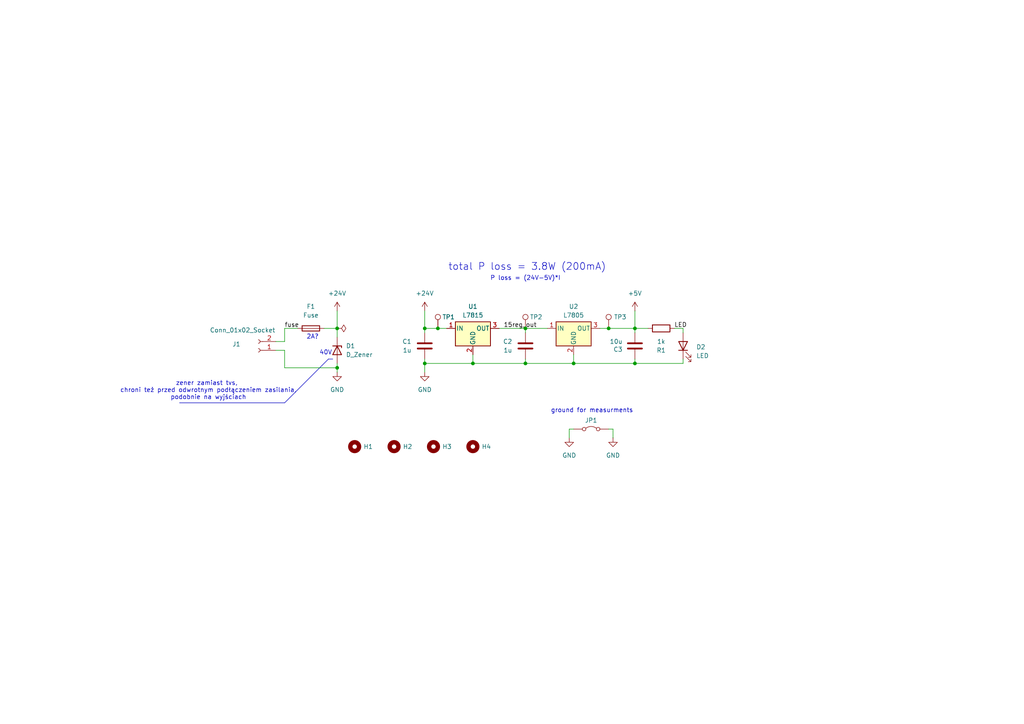
<source format=kicad_sch>
(kicad_sch (version 20250114) (generator "eeschema") (generator_version "9.0")
  (paper "A4")
  (title_block (title "MANIP_PSU") (date "2025-10-25") (rev "1.0") (company "KN_NAMI - JS"))
  (lib_symbols
    (symbol "Connector:Conn_01x02_Socket" (pin_names (offset 1.016) (hide yes))
      (property "Reference" "J" (at 0 2.54 0))
      (property "Value" "Conn_01x02_Socket" (at 0 -5.08 0))
      (symbol "Conn_01x02_Socket_1_1"
        (polyline (pts (xy -1.27 0) (xy -0.508 0)) (stroke (width 0.1524)))
        (polyline (pts (xy -1.27 -2.54) (xy -0.508 -2.54)) (stroke (width 0.1524)))
        (arc (start 0 -0.508) (mid -0.5058 0) (end 0 0.508) (stroke (width 0.1524)))
        (arc (start 0 -3.048) (mid -0.5058 -2.54) (end 0 -2.032) (stroke (width 0.1524)))
        (pin passive line (at -5.08 0 0) (length 3.81) (name "Pin_1") (number "1"))
        (pin passive line (at -5.08 -2.54 0) (length 3.81) (name "Pin_2") (number "2"))
      )
    )
    (symbol "Connector:TestPoint" (pin_numbers (hide yes)) (pin_names (offset 0.762) (hide yes))
      (property "Reference" "TP" (at 0 6.858 0))
      (property "Value" "TestPoint" (at 0 5.08 0))
      (symbol "TestPoint_0_1"
        (circle (center 0 3.302) (radius 0.762))
      )
      (symbol "TestPoint_1_1"
        (pin passive line (at 0 0 90) (length 2.54) (name "1") (number "1"))
      )
    )
    (symbol "Device:C" (pin_numbers (hide yes)) (pin_names (offset 0.254))
      (property "Reference" "C" (at 0.635 2.54 0))
      (property "Value" "C" (at 0.635 -2.54 0))
      (symbol "C_0_1"
        (polyline (pts (xy -2.032 0.762) (xy 2.032 0.762)) (stroke (width 0.508)))
        (polyline (pts (xy -2.032 -0.762) (xy 2.032 -0.762)) (stroke (width 0.508)))
      )
      (symbol "C_1_1"
        (pin passive line (at 0 3.81 270) (length 2.794) (name "~") (number "1"))
        (pin passive line (at 0 -3.81 90) (length 2.794) (name "~") (number "2"))
      )
    )
    (symbol "Device:D_Zener" (pin_numbers (hide yes)) (pin_names (offset 1.016) (hide yes))
      (property "Reference" "D" (at 0 2.54 0))
      (property "Value" "D_Zener" (at 0 -2.54 0))
      (symbol "D_Zener_0_1"
        (polyline (pts (xy -1.27 -1.27) (xy -1.27 1.27) (xy -0.762 1.27)) (stroke (width 0.254)))
        (polyline (pts (xy 1.27 0) (xy -1.27 0)))
        (polyline (pts (xy 1.27 -1.27) (xy 1.27 1.27) (xy -1.27 0) (xy 1.27 -1.27)) (stroke (width 0.254)))
      )
      (symbol "D_Zener_1_1"
        (pin passive line (at -3.81 0 0) (length 2.54) (name "K") (number "1"))
        (pin passive line (at 3.81 0 180) (length 2.54) (name "A") (number "2"))
      )
    )
    (symbol "Device:Fuse" (pin_numbers (hide yes)) (pin_names (offset 0))
      (property "Reference" "F" (at 2.032 0 90))
      (property "Value" "Fuse" (at -1.905 0 90))
      (symbol "Fuse_0_1"
        (rectangle (start -0.762 -2.54) (end 0.762 2.54) (stroke (width 0.254)))
        (polyline (pts (xy 0 2.54) (xy 0 -2.54)))
      )
      (symbol "Fuse_1_1"
        (pin passive line (at 0 3.81 270) (length 1.27) (name "~") (number "1"))
        (pin passive line (at 0 -3.81 90) (length 1.27) (name "~") (number "2"))
      )
    )
    (symbol "Device:LED" (pin_numbers (hide yes)) (pin_names (offset 1.016) (hide yes))
      (property "Reference" "D" (at 0 2.54 0))
      (property "Value" "LED" (at 0 -2.54 0))
      (symbol "LED_0_1"
        (polyline (pts (xy -3.048 -0.762) (xy -4.572 -2.286) (xy -3.81 -2.286) (xy -4.572 -2.286) (xy -4.572 -1.524)))
        (polyline (pts (xy -1.778 -0.762) (xy -3.302 -2.286) (xy -2.54 -2.286) (xy -3.302 -2.286) (xy -3.302 -1.524)))
        (polyline (pts (xy -1.27 0) (xy 1.27 0)))
        (polyline (pts (xy -1.27 -1.27) (xy -1.27 1.27)) (stroke (width 0.254)))
        (polyline (pts (xy 1.27 -1.27) (xy 1.27 1.27) (xy -1.27 0) (xy 1.27 -1.27)) (stroke (width 0.254)))
      )
      (symbol "LED_1_1"
        (pin passive line (at -3.81 0 0) (length 2.54) (name "K") (number "1"))
        (pin passive line (at 3.81 0 180) (length 2.54) (name "A") (number "2"))
      )
    )
    (symbol "Device:R" (pin_numbers (hide yes)) (pin_names (offset 0))
      (property "Reference" "R" (at 2.032 0 90))
      (property "Value" "R" (at 0 0 90))
      (symbol "R_0_1"
        (rectangle (start -1.016 -2.54) (end 1.016 2.54) (stroke (width 0.254)))
      )
      (symbol "R_1_1"
        (pin passive line (at 0 3.81 270) (length 1.27) (name "~") (number "1"))
        (pin passive line (at 0 -3.81 90) (length 1.27) (name "~") (number "2"))
      )
    )
    (symbol "Jumper:Jumper_2_Bridged" (pin_numbers (hide yes)) (pin_names (offset 0) (hide yes))
      (property "Reference" "JP" (at 0 1.905 0))
      (property "Value" "Jumper_2_Bridged" (at 0 -2.54 0))
      (symbol "Jumper_2_Bridged_0_0"
        (circle (center -2.032 0) (radius 0.508))
        (circle (center 2.032 0) (radius 0.508))
      )
      (symbol "Jumper_2_Bridged_0_1"
        (arc (start -1.524 0.254) (mid 0 0.762) (end 1.524 0.254))
      )
      (symbol "Jumper_2_Bridged_1_1"
        (pin passive line (at -5.08 0 0) (length 2.54) (name "A") (number "1"))
        (pin passive line (at 5.08 0 180) (length 2.54) (name "B") (number "2"))
      )
    )
    (symbol "Mechanical:MountingHole" (pin_names (offset 1.016)) (in_bom no)
      (property "Reference" "H" (at 0 5.08 0))
      (property "Value" "MountingHole" (at 0 3.175 0))
      (symbol "MountingHole_0_1"
        (circle (center 0 0) (radius 1.27) (stroke (width 1.27)))
      )
    )
    (symbol "Regulator_Linear:L7805" (pin_names (offset 0.254))
      (property "Reference" "U" (at -3.81 3.175 0))
      (property "Value" "L7805" (at 0 3.175 0))
      (symbol "L7805_0_1"
        (rectangle (start -5.08 1.905) (end 5.08 -5.08) (stroke (width 0.254)) (fill (type background)))
      )
      (symbol "L7805_1_1"
        (pin power_in line (at -7.62 0 0) (length 2.54) (name "IN") (number "1"))
        (pin power_in line (at 0 -7.62 90) (length 2.54) (name "GND") (number "2"))
        (pin power_out line (at 7.62 0 180) (length 2.54) (name "OUT") (number "3"))
      )
    )
    (symbol "Regulator_Linear:L7815" (pin_names (offset 0.254))
      (property "Reference" "U" (at -3.81 3.175 0))
      (property "Value" "L7815" (at 0 3.175 0))
      (symbol "L7815_0_1"
        (rectangle (start -5.08 1.905) (end 5.08 -5.08) (stroke (width 0.254)) (fill (type background)))
      )
      (symbol "L7815_1_1"
        (pin power_in line (at -7.62 0 0) (length 2.54) (name "IN") (number "1"))
        (pin power_in line (at 0 -7.62 90) (length 2.54) (name "GND") (number "2"))
        (pin power_out line (at 7.62 0 180) (length 2.54) (name "OUT") (number "3"))
      )
    )
    (symbol "power:+24V" (power) (pin_numbers (hide yes)) (pin_names (offset 0) (hide yes))
      (property "Value" "+24V" (at 0 3.556 0))
      (symbol "+24V_0_1"
        (polyline (pts (xy -0.762 1.27) (xy 0 2.54)))
        (polyline (pts (xy 0 2.54) (xy 0.762 1.27)))
        (polyline (pts (xy 0 0) (xy 0 2.54)))
      )
      (symbol "+24V_1_1"
        (pin power_in line (at 0 0 90) (length 0) (name "~") (number "1"))
      )
    )
    (symbol "power:+5V" (power) (pin_numbers (hide yes)) (pin_names (offset 0) (hide yes))
      (property "Value" "+5V" (at 0 3.556 0))
      (symbol "+5V_0_1"
        (polyline (pts (xy -0.762 1.27) (xy 0 2.54)))
        (polyline (pts (xy 0 2.54) (xy 0.762 1.27)))
        (polyline (pts (xy 0 0) (xy 0 2.54)))
      )
      (symbol "+5V_1_1"
        (pin power_in line (at 0 0 90) (length 0) (name "~") (number "1"))
      )
    )
    (symbol "power:GND" (power) (pin_numbers (hide yes)) (pin_names (offset 0) (hide yes))
      (property "Value" "GND" (at 0 -3.81 0))
      (symbol "GND_0_1"
        (polyline (pts (xy 0 0) (xy 0 -1.27) (xy 1.27 -1.27) (xy 0 -2.54) (xy -1.27 -1.27) (xy 0 -1.27)))
      )
      (symbol "GND_1_1"
        (pin power_in line (at 0 0 270) (length 0) (name "~") (number "1"))
      )
    )
    (symbol "power:PWR_FLAG" (power) (pin_numbers (hide yes)) (pin_names (offset 0) (hide yes))
      (property "Value" "PWR_FLAG" (at 0 3.81 0))
      (symbol "PWR_FLAG_0_0"
        (pin power_out line (at 0 0 90) (length 0) (name "~") (number "1"))
      )
      (symbol "PWR_FLAG_0_1"
        (polyline (pts (xy 0 0) (xy 0 1.27) (xy -1.016 1.905) (xy 0 2.54) (xy 1.016 1.905) (xy 0 1.27)))
      )
    )
  )
  (text "P loss = (24V-5V)*I" (at 152.4 80.772 0) (effects (font (size 1.27 1.27))))
  (text "zener zamiast tvs, \nchroni też przed odwrotnym podłączeniem zasilania,\npodobnie na wyjściach" (at 60.452 113.284 0) (effects (font (size 1.27 1.27))))
  (text "total P loss = 3.8W (200mA)\n" (at 152.908 77.47 0) (effects (font (size 2.032 2.032))))
  (text "40V" (at 94.488 102.362 0) (effects (font (size 1.27 1.27))))
  (text "2A?" (at 90.678 97.79 0) (effects (font (size 1.27 1.27))))
  (text "ground for measurments" (at 171.704 119.126 0) (effects (font (size 1.27 1.27))))
  (junction (at 137.16 105.41))
  (junction (at 184.15 95.25))
  (junction (at 123.19 95.25))
  (junction (at 166.37 105.41))
  (junction (at 123.19 105.41))
  (junction (at 97.79 95.25))
  (junction (at 176.53 95.25))
  (junction (at 97.79 106.68))
  (junction (at 152.4 105.41))
  (junction (at 184.15 105.41))
  (junction (at 127 95.25))
  (junction (at 152.4 95.25))
  (polyline (pts (xy 96.52 104.14) (xy 95.25 104.14)))
  (wire (pts (xy 82.55 99.06) (xy 80.01 99.06)))
  (wire (pts (xy 166.37 102.87) (xy 166.37 105.41)))
  (wire (pts (xy 177.8 124.46) (xy 177.8 127)))
  (wire (pts (xy 82.55 95.25) (xy 82.55 99.06)))
  (wire (pts (xy 123.19 107.95) (xy 123.19 105.41)))
  (wire (pts (xy 198.12 105.41) (xy 184.15 105.41)))
  (wire (pts (xy 184.15 90.17) (xy 184.15 95.25)))
  (wire (pts (xy 184.15 95.25) (xy 187.96 95.25)))
  (wire (pts (xy 123.19 90.17) (xy 123.19 95.25)))
  (polyline (pts (xy 95.25 104.14) (xy 82.55 116.84)))
  (wire (pts (xy 176.53 95.25) (xy 184.15 95.25)))
  (polyline (pts (xy 52.07 116.84) (xy 82.55 116.84)))
  (wire (pts (xy 184.15 95.25) (xy 184.15 96.52)))
  (wire (pts (xy 152.4 95.25) (xy 158.75 95.25)))
  (wire (pts (xy 123.19 105.41) (xy 137.16 105.41)))
  (wire (pts (xy 165.1 124.46) (xy 165.1 127)))
  (wire (pts (xy 82.55 106.68) (xy 97.79 106.68)))
  (wire (pts (xy 127 95.25) (xy 129.54 95.25)))
  (wire (pts (xy 97.79 106.68) (xy 97.79 107.95)))
  (wire (pts (xy 144.78 95.25) (xy 152.4 95.25)))
  (wire (pts (xy 97.79 90.17) (xy 97.79 95.25)))
  (wire (pts (xy 123.19 105.41) (xy 123.19 104.14)))
  (wire (pts (xy 82.55 106.68) (xy 82.55 101.6)))
  (wire (pts (xy 82.55 101.6) (xy 80.01 101.6)))
  (wire (pts (xy 198.12 95.25) (xy 198.12 96.52)))
  (wire (pts (xy 137.16 102.87) (xy 137.16 105.41)))
  (wire (pts (xy 97.79 105.41) (xy 97.79 106.68)))
  (wire (pts (xy 184.15 104.14) (xy 184.15 105.41)))
  (wire (pts (xy 123.19 95.25) (xy 123.19 96.52)))
  (wire (pts (xy 137.16 105.41) (xy 152.4 105.41)))
  (wire (pts (xy 82.55 95.25) (xy 86.36 95.25)))
  (wire (pts (xy 93.98 95.25) (xy 97.79 95.25)))
  (wire (pts (xy 152.4 104.14) (xy 152.4 105.41)))
  (wire (pts (xy 166.37 105.41) (xy 184.15 105.41)))
  (wire (pts (xy 152.4 95.25) (xy 152.4 96.52)))
  (wire (pts (xy 173.99 95.25) (xy 176.53 95.25)))
  (wire (pts (xy 165.1 124.46) (xy 166.37 124.46)))
  (wire (pts (xy 198.12 104.14) (xy 198.12 105.41)))
  (wire (pts (xy 177.8 124.46) (xy 176.53 124.46)))
  (wire (pts (xy 152.4 105.41) (xy 166.37 105.41)))
  (wire (pts (xy 195.58 95.25) (xy 198.12 95.25)))
  (wire (pts (xy 123.19 95.25) (xy 127 95.25)))
  (wire (pts (xy 97.79 95.25) (xy 97.79 97.79)))
  (label "LED" (at 195.58 95.25 0))
  (label "fuse" (at 82.55 95.25 0))
  (label "15reg_out" (at 146.05 95.25 0))
  (symbol (lib_id "Jumper:Jumper_2_Bridged") (at 171.45 124.46 0) (unit 1)
    (property "Reference" "JP1" (at 171.45 121.92 0))
    (property "Value" "Jumper_2_Bridged" (effects (hide yes)))
    (property "Description" "Jumper, 2-pole, closed/bridged" (effects (hide yes)))
  )
  (symbol (lib_id "Regulator_Linear:L7815") (at 137.16 95.25 0) (unit 1)
    (property "Reference" "U1" (at 137.16 88.9 0))
    (property "Value" "L7815" (at 137.16 91.44 0))
    (property "Datasheet" "http://www.st.com/content/ccc/resource/technical/document/datasheet/41/4f/b3/b0/12/d4/47/88/CD00000444.pdf/files/CD00000444.pdf/jcr:content/translations/en.CD00000444.pdf" (effects (hide yes)))
    (property "Description" "Positive 1.5A 35V Linear Regulator, Fixed Output 15V, TO-220/TO-263/TO-252" (effects (hide yes)))
  )
  (symbol (lib_id "Device:C") (at 152.4 100.33 0) (mirror y) (unit 1)
    (property "Reference" "C2" (at 148.59 99.0599 0) (effects (justify left)))
    (property "Value" "1u" (at 148.59 101.5999 0) (effects (justify left)))
    (property "Description" "Unpolarized capacitor" (effects (hide yes)))
  )
  (symbol (lib_id "Device:D_Zener") (at 97.79 101.6 270) (unit 1)
    (property "Reference" "D1" (at 100.33 100.3299 90) (effects (justify left)))
    (property "Value" "D_Zener" (at 100.33 102.8699 90) (effects (justify left)))
    (property "Description" "Zener diode" (effects (hide yes)))
  )
  (symbol (lib_id "Device:C") (at 184.15 100.33 180) (unit 1)
    (property "Reference" "C3" (at 180.594 101.346 0) (effects (justify left)))
    (property "Value" "10u" (at 180.594 99.06 0) (effects (justify left)))
    (property "Description" "Unpolarized capacitor" (effects (hide yes)))
  )
  (symbol (lib_id "Device:C") (at 123.19 100.33 0) (mirror y) (unit 1)
    (property "Reference" "C1" (at 119.38 99.0599 0) (effects (justify left)))
    (property "Value" "1u" (at 119.38 101.5999 0) (effects (justify left)))
    (property "Description" "Unpolarized capacitor" (effects (hide yes)))
  )
  (symbol (lib_id "Connector:TestPoint") (at 152.4 95.25 0) (unit 1)
    (property "Reference" "TP2" (at 153.67 91.948 0) (effects (justify left)))
    (property "Value" "TestPoint" (effects (hide yes)))
    (property "Description" "test point" (effects (hide yes)))
  )
  (symbol (lib_id "power:+5V") (at 184.15 90.17 0) (unit 1)
    (property "Reference" "#PWR07" (effects (hide yes)))
    (property "Value" "+5V" (at 184.15 85.09 0))
    (property "Description" "Power symbol creates a global label with name \"+5V\"" (effects (hide yes)))
  )
  (symbol (lib_id "power:+24V") (at 123.19 90.17 0) (unit 1)
    (property "Reference" "#PWR03" (effects (hide yes)))
    (property "Value" "+24V" (at 123.19 85.09 0))
    (property "Description" "Power symbol creates a global label with name \"+24V\"" (effects (hide yes)))
  )
  (symbol (lib_id "Device:Fuse") (at 90.17 95.25 90) (unit 1)
    (property "Reference" "F1" (at 90.17 88.9 90))
    (property "Value" "Fuse" (at 90.17 91.44 90))
    (property "Description" "Fuse" (effects (hide yes)))
  )
  (symbol (lib_id "Mechanical:MountingHole") (at 114.3 129.54 0) (unit 1) (in_bom no)
    (property "Reference" "H2" (at 116.84 129.5399 0) (effects (justify left)))
    (property "Value" "MountingHole" (effects (hide yes)))
    (property "Description" "Mounting Hole without connection" (effects (hide yes)))
  )
  (symbol (lib_id "power:GND") (at 165.1 127 0) (unit 1)
    (property "Reference" "#PWR05" (effects (hide yes)))
    (property "Value" "GND" (at 165.1 132.08 0))
    (property "Description" "Power symbol creates a global label with name \"GND\" , ground" (effects (hide yes)))
  )
  (symbol (lib_id "power:PWR_FLAG") (at 97.79 95.25 270) (unit 1)
    (property "Reference" "#FLG05" (effects (hide yes)))
    (property "Value" "PWR_FLAG" (effects (hide yes)))
    (property "Description" "Special symbol for telling ERC where power comes from" (effects (hide yes)))
  )
  (symbol (lib_id "Mechanical:MountingHole") (at 102.87 129.54 0) (unit 1) (in_bom no)
    (property "Reference" "H1" (at 105.41 129.5399 0) (effects (justify left)))
    (property "Value" "MountingHole" (effects (hide yes)))
    (property "Description" "Mounting Hole without connection" (effects (hide yes)))
  )
  (symbol (lib_id "Mechanical:MountingHole") (at 125.73 129.54 0) (unit 1) (in_bom no)
    (property "Reference" "H3" (at 128.27 129.5399 0) (effects (justify left)))
    (property "Value" "MountingHole" (effects (hide yes)))
    (property "Description" "Mounting Hole without connection" (effects (hide yes)))
  )
  (symbol (lib_id "Mechanical:MountingHole") (at 137.16 129.54 0) (unit 1) (in_bom no)
    (property "Reference" "H4" (at 139.7 129.5399 0) (effects (justify left)))
    (property "Value" "MountingHole" (effects (hide yes)))
    (property "Description" "Mounting Hole without connection" (effects (hide yes)))
  )
  (symbol (lib_id "Regulator_Linear:L7805") (at 166.37 95.25 0) (unit 1)
    (property "Reference" "U2" (at 166.37 88.9 0))
    (property "Value" "L7805" (at 166.37 91.44 0))
    (property "Datasheet" "http://www.st.com/content/ccc/resource/technical/document/datasheet/41/4f/b3/b0/12/d4/47/88/CD00000444.pdf/files/CD00000444.pdf/jcr:content/translations/en.CD00000444.pdf" (effects (hide yes)))
    (property "Description" "Positive 1.5A 35V Linear Regulator, Fixed Output 5V, TO-220/TO-263/TO-252" (effects (hide yes)))
  )
  (symbol (lib_id "Device:R") (at 191.77 95.25 90) (mirror x) (unit 1)
    (property "Reference" "R1" (at 191.77 101.6 90))
    (property "Value" "1k" (at 191.77 99.06 90))
    (property "Description" "Resistor" (effects (hide yes)))
  )
  (symbol (lib_id "power:GND") (at 177.8 127 0) (unit 1)
    (property "Reference" "#PWR06" (effects (hide yes)))
    (property "Value" "GND" (at 177.8 132.08 0))
    (property "Description" "Power symbol creates a global label with name \"GND\" , ground" (effects (hide yes)))
  )
  (symbol (lib_id "Device:LED") (at 198.12 100.33 90) (unit 1)
    (property "Reference" "D2" (at 201.93 100.6474 90) (effects (justify right)))
    (property "Value" "LED" (at 201.93 103.1874 90) (effects (justify right)))
    (property "Description" "Light emitting diode" (effects (hide yes)))
    (property "Sim.Pins" "1=K 2=A" (effects (hide yes)))
  )
  (symbol (lib_id "power:+24V") (at 97.79 90.17 0) (unit 1)
    (property "Reference" "#PWR01" (effects (hide yes)))
    (property "Value" "+24V" (at 97.79 85.09 0))
    (property "Description" "Power symbol creates a global label with name \"+24V\"" (effects (hide yes)))
  )
  (symbol (lib_id "Connector:Conn_01x02_Socket") (at 74.93 101.6 180) (unit 1)
    (property "Reference" "J1" (at 68.58 99.822 0))
    (property "Value" "Conn_01x02_Socket" (at 70.358 95.758 0))
    (property "Description" "Generic connector, single row, 01x02, script generated" (effects (hide yes)))
  )
  (symbol (lib_id "Connector:TestPoint") (at 127 95.25 0) (unit 1)
    (property "Reference" "TP1" (at 128.27 91.948 0) (effects (justify left)))
    (property "Value" "TestPoint" (effects (hide yes)))
    (property "Description" "test point" (effects (hide yes)))
  )
  (symbol (lib_id "power:GND") (at 123.19 107.95 0) (unit 1)
    (property "Reference" "#PWR04" (effects (hide yes)))
    (property "Value" "GND" (at 123.19 113.03 0))
    (property "Description" "Power symbol creates a global label with name \"GND\" , ground" (effects (hide yes)))
  )
  (symbol (lib_id "power:GND") (at 97.79 107.95 0) (unit 1)
    (property "Reference" "#PWR02" (effects (hide yes)))
    (property "Value" "GND" (at 97.79 113.03 0))
    (property "Description" "Power symbol creates a global label with name \"GND\" , ground" (effects (hide yes)))
  )
  (symbol (lib_id "Connector:TestPoint") (at 176.53 95.25 0) (unit 1)
    (property "Reference" "TP3" (at 178.054 91.948 0) (effects (justify left)))
    (property "Value" "TestPoint" (effects (hide yes)))
    (property "Description" "test point" (effects (hide yes)))
  )
)
</source>
